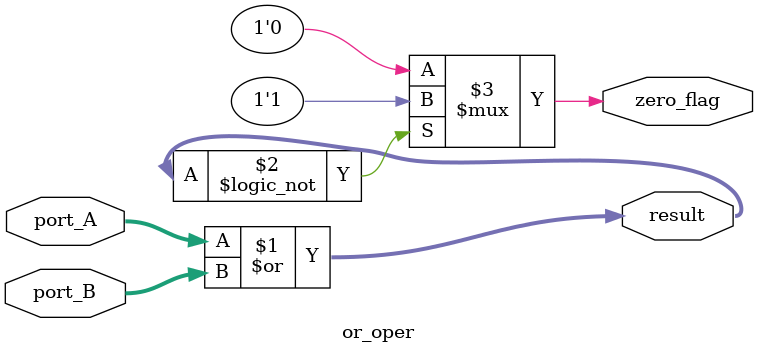
<source format=v>
module or_oper #(parameter DATA_WIDTH = 8)(
	//input
	input [(DATA_WIDTH-1) : 0] port_A,
	input [(DATA_WIDTH-1) : 0] port_B,
	//output
	output [(DATA_WIDTH-1) : 0] result,
	
	output zero_flag
);

assign result = port_A | port_B;

assign zero_flag = (result==0)? 1'b1 : 1'b0;

endmodule

</source>
